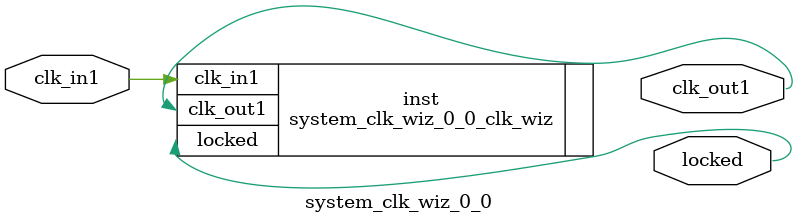
<source format=v>


`timescale 1ps/1ps

(* CORE_GENERATION_INFO = "system_clk_wiz_0_0,clk_wiz_v6_0_9_0_0,{component_name=system_clk_wiz_0_0,use_phase_alignment=true,use_min_o_jitter=false,use_max_i_jitter=false,use_dyn_phase_shift=false,use_inclk_switchover=false,use_dyn_reconfig=false,enable_axi=0,feedback_source=FDBK_AUTO,PRIMITIVE=MMCM,num_out_clk=1,clkin1_period=8.000,clkin2_period=10.000,use_power_down=false,use_reset=false,use_locked=true,use_inclk_stopped=false,feedback_type=SINGLE,CLOCK_MGR_TYPE=NA,manual_override=false}" *)

module system_clk_wiz_0_0 
 (
  // Clock out ports
  output        clk_out1,
  // Status and control signals
  output        locked,
 // Clock in ports
  input         clk_in1
 );

  system_clk_wiz_0_0_clk_wiz inst
  (
  // Clock out ports  
  .clk_out1(clk_out1),
  // Status and control signals               
  .locked(locked),
 // Clock in ports
  .clk_in1(clk_in1)
  );

endmodule

</source>
